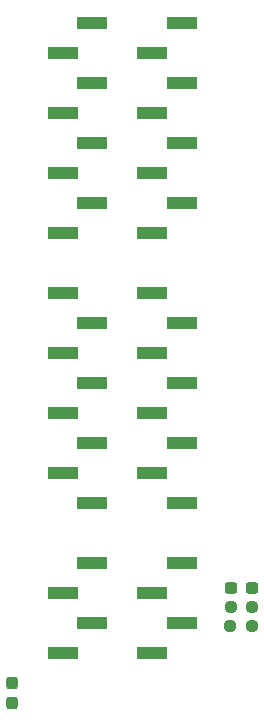
<source format=gbr>
G04 #@! TF.GenerationSoftware,KiCad,Pcbnew,8.0.4+dfsg-1*
G04 #@! TF.CreationDate,2025-03-05T20:28:27+09:00*
G04 #@! TF.ProjectId,bionic-p8080,62696f6e-6963-42d7-9038-3038302e6b69,2*
G04 #@! TF.SameCoordinates,Original*
G04 #@! TF.FileFunction,Paste,Bot*
G04 #@! TF.FilePolarity,Positive*
%FSLAX46Y46*%
G04 Gerber Fmt 4.6, Leading zero omitted, Abs format (unit mm)*
G04 Created by KiCad (PCBNEW 8.0.4+dfsg-1) date 2025-03-05 20:28:27*
%MOMM*%
%LPD*%
G01*
G04 APERTURE LIST*
G04 Aperture macros list*
%AMRoundRect*
0 Rectangle with rounded corners*
0 $1 Rounding radius*
0 $2 $3 $4 $5 $6 $7 $8 $9 X,Y pos of 4 corners*
0 Add a 4 corners polygon primitive as box body*
4,1,4,$2,$3,$4,$5,$6,$7,$8,$9,$2,$3,0*
0 Add four circle primitives for the rounded corners*
1,1,$1+$1,$2,$3*
1,1,$1+$1,$4,$5*
1,1,$1+$1,$6,$7*
1,1,$1+$1,$8,$9*
0 Add four rect primitives between the rounded corners*
20,1,$1+$1,$2,$3,$4,$5,0*
20,1,$1+$1,$4,$5,$6,$7,0*
20,1,$1+$1,$6,$7,$8,$9,0*
20,1,$1+$1,$8,$9,$2,$3,0*%
G04 Aperture macros list end*
%ADD10RoundRect,0.237500X-0.237500X0.300000X-0.237500X-0.300000X0.237500X-0.300000X0.237500X0.300000X0*%
%ADD11RoundRect,0.237500X0.300000X0.237500X-0.300000X0.237500X-0.300000X-0.237500X0.300000X-0.237500X0*%
%ADD12RoundRect,0.237500X0.250000X0.237500X-0.250000X0.237500X-0.250000X-0.237500X0.250000X-0.237500X0*%
%ADD13RoundRect,0.237500X-0.250000X-0.237500X0.250000X-0.237500X0.250000X0.237500X-0.250000X0.237500X0*%
%ADD14R,2.510000X1.000000*%
G04 APERTURE END LIST*
D10*
X104378200Y-133475700D03*
X104378200Y-135200700D03*
D11*
X124671700Y-125448200D03*
X122946700Y-125448200D03*
D12*
X124721700Y-127023000D03*
X122896700Y-127023000D03*
D13*
X122873200Y-128623200D03*
X124698200Y-128623200D03*
D14*
X116270000Y-130960000D03*
X118759200Y-128420000D03*
X116270000Y-125880000D03*
X118759200Y-123340000D03*
X118759200Y-118260000D03*
X116270000Y-115720000D03*
X118759200Y-113180000D03*
X116270000Y-110640000D03*
X118759200Y-108100000D03*
X116270000Y-105560000D03*
X118759200Y-103020000D03*
X116270000Y-100480000D03*
X116270000Y-95400000D03*
X118759200Y-92860000D03*
X116270000Y-90320000D03*
X118759200Y-87780000D03*
X116270000Y-85240000D03*
X118759200Y-82700000D03*
X116270000Y-80160000D03*
X118759200Y-77620000D03*
X111180800Y-77620000D03*
X108691600Y-80160000D03*
X111180800Y-82700000D03*
X108691600Y-85240000D03*
X111180800Y-87780000D03*
X108691600Y-90320000D03*
X111180800Y-92860000D03*
X108691600Y-95400000D03*
X108691600Y-100480000D03*
X111180800Y-103020000D03*
X108691600Y-105560000D03*
X111180800Y-108100000D03*
X108691600Y-110640000D03*
X111180800Y-113180000D03*
X108691600Y-115720000D03*
X111180800Y-118260000D03*
X111180800Y-123340000D03*
X108691600Y-125880000D03*
X111180800Y-128420000D03*
X108691600Y-130960000D03*
M02*

</source>
